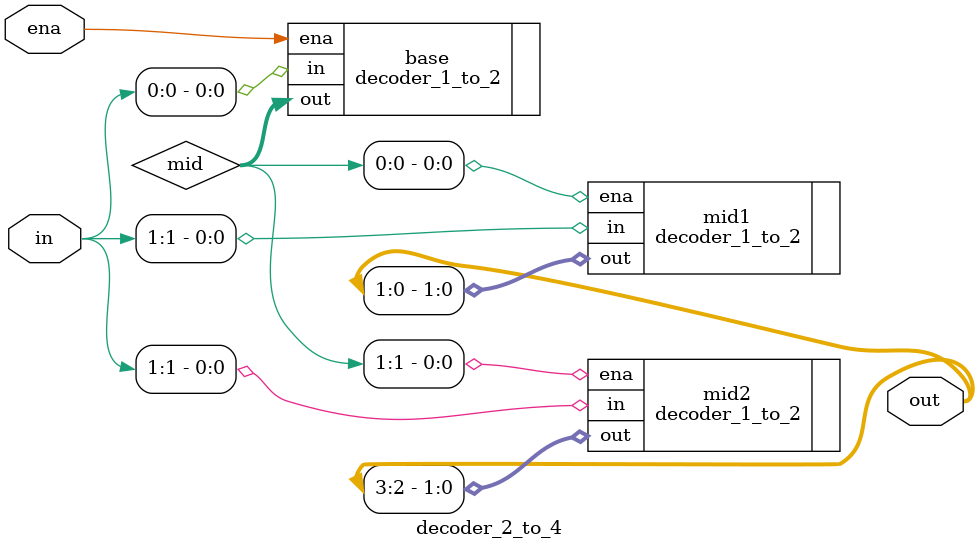
<source format=sv>
`timescale 1ns/1ps
`default_nettype none

module decoder_2_to_4(ena, in, out);

  input wire ena;
  input wire [1:0] in;
  output logic [3:0] out;
  logic [1:0] mid;

  decoder_1_to_2 base(
    .ena(ena),
    .in(in[0]),
    .out(mid)
    );
  
  decoder_1_to_2 mid1(
    .ena(mid[0]),
    .in(in[1]),
    .out(out[1:0])
    );
  
  decoder_1_to_2 mid2(
    .ena(mid[1]),
    .in(in[1]),
    .out(out[3:2])
    );


endmodule
</source>
